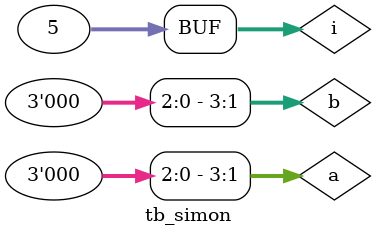
<source format=v>
`timescale 1ns / 1ps


module tb_simon;
	// 1. Declare testbench variables
   reg [3:0] a;
   reg [3:0] b;
   reg c_in;
   wire [3:0] sum;
   integer i;

	// 2. Instantiate the design and connect to testbench variables
   simon  fa0 ( .a (a),
                  .b (b),
                  .c_in (c_in),
                  .c_out (c_out),
                  .sum (sum));

	// 3. Provide stimulus to test the design
   initial begin
      a <= 0;
      b <= 0;
      c_in <= 0;

      $monitor ("a=0x%0h b=0x%0h c_in=0x%0h c_out=0x%0h sum=0x%0h", a, b, c_in, c_out, sum);

		// Use a for loop to apply random values to the input
      for (i = 0; i < 5; i = i+1) begin
         #10 a <= $random;
             b <= $random;
         		 c_in <= $random;
      end
   end
endmodule

</source>
